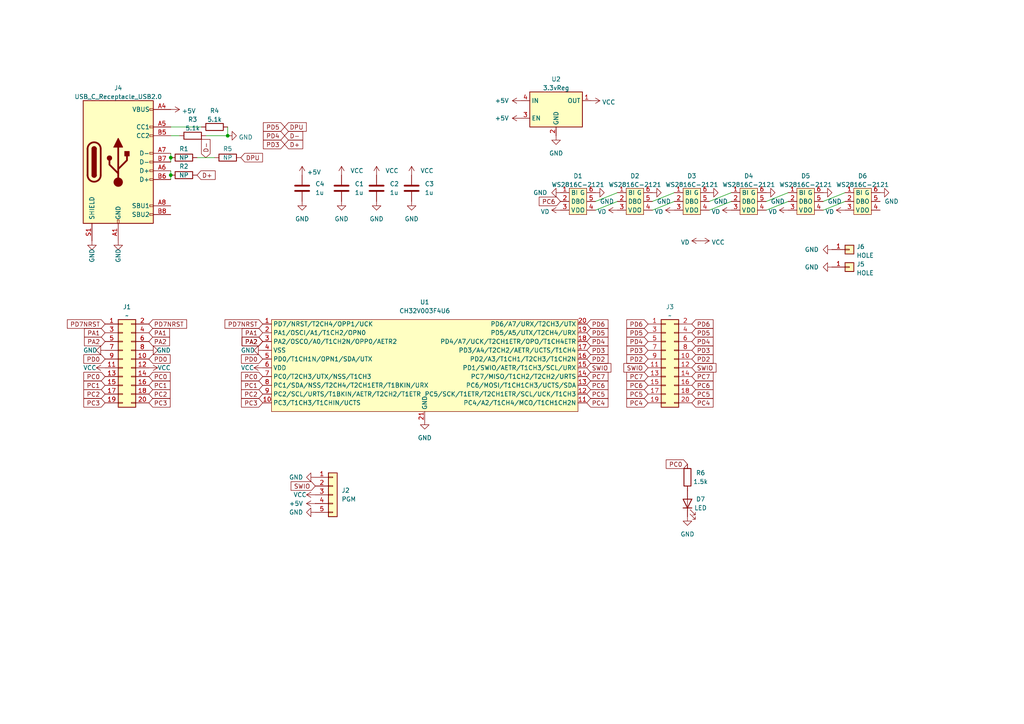
<source format=kicad_sch>
(kicad_sch (version 20211123) (generator eeschema)
  (paper "A4")
  (lib_symbols
    (symbol "CH32V003F4U6:CH32V003F4U6"
      (property "Reference" "U" (at 0 0 0))
      (property "Value" "CH32V003F4U6" (at 0 3.81 0))
      (symbol "CH32V003F4U6_0_1"
        (rectangle (start -44.45 12.7) (end 44.45 -13.97) (fill (type background)))
      )
      (symbol "CH32V003F4U6_1_1"
        (pin bidirectional line (at -46.99 11.43 0) (length 2.54) (name "PD7/NRST/T2CH4/OPP1/UCK") (number "1"))
        (pin bidirectional line (at -46.99 -11.43 0) (length 2.54) (name "PC3/T1CH3/T1CHIN/UCTS") (number "10"))
        (pin bidirectional line (at 46.99 -11.43 180) (length 2.54) (name "PC4/A2/T1CH4/MCO/T1CH1CH2N") (number "11"))
        (pin bidirectional line (at 46.99 -8.89 180) (length 2.54) (name "PC5/SCK/T1ETR/T2CH1ETR/SCL/UCK/T1CH3") (number "12"))
        (pin bidirectional line (at 46.99 -6.35 180) (length 2.54) (name "PC6/MOSI/T1CH1CH3/UCTS/SDA") (number "13"))
        (pin bidirectional line (at 46.99 -3.81 180) (length 2.54) (name "PC7/MISO/T1CH2/T2CH2/URTS") (number "14"))
        (pin bidirectional line (at 46.99 -1.27 180) (length 2.54) (name "PD1/SWIO/AETR/T1CH3/SCL/URX") (number "15"))
        (pin bidirectional line (at 46.99 1.27 180) (length 2.54) (name "PD2/A3/T1CH1/T2CH3/T1CH2N") (number "16"))
        (pin bidirectional line (at 46.99 3.81 180) (length 2.54) (name "PD3/A4/T2CH2/AETR/UCTS/T1CH4") (number "17"))
        (pin bidirectional line (at 46.99 6.35 180) (length 2.54) (name "PD4/A7/UCK/T2CH1ETR/OPO/T1CH4ETR") (number "18"))
        (pin bidirectional line (at 46.99 8.89 180) (length 2.54) (name "PD5/A5/UTX/T2CH4/URX") (number "19"))
        (pin bidirectional line (at -46.99 8.89 0) (length 2.54) (name "PA1/OSCI/A1/T1CH2/OPN0") (number "2"))
        (pin bidirectional line (at 46.99 11.43 180) (length 2.54) (name "PD6/A7/URX/T2CH3/UTX") (number "20"))
        (pin bidirectional line (at 0 -16.51 90) (length 2.54) (name "GND") (number "21"))
        (pin bidirectional line (at -46.99 6.35 0) (length 2.54) (name "PA2/OSCO/A0/T1CH2N/OPP0/AETR2") (number "3"))
        (pin bidirectional line (at -46.99 3.81 0) (length 2.54) (name "VSS") (number "4"))
        (pin bidirectional line (at -46.99 1.27 0) (length 2.54) (name "PD0/T1CH1N/OPN1/SDA/UTX") (number "5"))
        (pin bidirectional line (at -46.99 -1.27 0) (length 2.54) (name "VDD") (number "6"))
        (pin bidirectional line (at -46.99 -3.81 0) (length 2.54) (name "PC0/T2CH3/UTX/NSS/T1CH3") (number "7"))
        (pin bidirectional line (at -46.99 -6.35 0) (length 2.54) (name "PC1/SDA/NSS/T2CH4/T2CH1ETR/T1BKIN/URX") (number "8"))
        (pin bidirectional line (at -46.99 -8.89 0) (length 2.54) (name "PC2/SCL/URTS/T1BKIN/AETR/T2CH2/T1ETR") (number "9"))
      )
    )
    (symbol "Connector:USB_C_Receptacle_USB2.0" (pin_names (offset 1.016))
      (property "Reference" "J" (at -10.16 19.05 0))
      (property "Value" "USB_C_Receptacle_USB2.0" (at 19.05 19.05 0))
      (symbol "USB_C_Receptacle_USB2.0_0_0"
        (rectangle (start -0.254 -17.78) (end 0.254 -16.764))
        (rectangle (start 10.16 -14.986) (end 9.144 -15.494))
        (rectangle (start 10.16 -12.446) (end 9.144 -12.954))
        (rectangle (start 10.16 -4.826) (end 9.144 -5.334))
        (rectangle (start 10.16 -2.286) (end 9.144 -2.794))
        (rectangle (start 10.16 0.254) (end 9.144 -0.254))
        (rectangle (start 10.16 2.794) (end 9.144 2.286))
        (rectangle (start 10.16 7.874) (end 9.144 7.366))
        (rectangle (start 10.16 10.414) (end 9.144 9.906))
        (rectangle (start 10.16 15.494) (end 9.144 14.986))
      )
      (symbol "USB_C_Receptacle_USB2.0_0_1"
        (rectangle (start -10.16 17.78) (end 10.16 -17.78) (stroke (width 0.254)) (fill (type background)))
        (arc (start -8.89 -3.81) (mid -6.985 -5.715) (end -5.08 -3.81) (stroke (width 0.508)))
        (arc (start -7.62 -3.81) (mid -6.985 -4.445) (end -6.35 -3.81) (stroke (width 0.254)))
        (arc (start -7.62 -3.81) (mid -6.985 -4.445) (end -6.35 -3.81) (stroke (width 0.254)) (fill (type outline)))
        (rectangle (start -7.62 -3.81) (end -6.35 3.81) (stroke (width 0.254)) (fill (type outline)))
        (arc (start -6.35 3.81) (mid -6.985 4.445) (end -7.62 3.81) (stroke (width 0.254)))
        (arc (start -6.35 3.81) (mid -6.985 4.445) (end -7.62 3.81) (stroke (width 0.254)) (fill (type outline)))
        (arc (start -5.08 3.81) (mid -6.985 5.715) (end -8.89 3.81) (stroke (width 0.508)))
        (circle (center -2.54 1.143) (radius 0.635) (stroke (width 0.254)) (fill (type outline)))
        (circle (center 0 -5.842) (radius 1.27) (fill (type outline)))
        (polyline (pts (xy -8.89 -3.81) (xy -8.89 3.81)) (stroke (width 0.508)))
        (polyline (pts (xy -5.08 3.81) (xy -5.08 -3.81)) (stroke (width 0.508)))
        (polyline (pts (xy 0 -5.842) (xy 0 4.318)) (stroke (width 0.508)))
        (polyline (pts (xy 0 -3.302) (xy -2.54 -0.762) (xy -2.54 0.508)) (stroke (width 0.508)))
        (polyline (pts (xy 0 -2.032) (xy 2.54 0.508) (xy 2.54 1.778)) (stroke (width 0.508)))
        (polyline (pts (xy -1.27 4.318) (xy 0 6.858) (xy 1.27 4.318) (xy -1.27 4.318)) (stroke (width 0.254)) (fill (type outline)))
        (rectangle (start 1.905 1.778) (end 3.175 3.048) (stroke (width 0.254)) (fill (type outline)))
      )
      (symbol "USB_C_Receptacle_USB2.0_1_1"
        (pin passive line (at 0 -22.86 90) (length 5.08) (name "GND") (number "A1"))
        (pin passive line (at 0 -22.86 90) (length 5.08) hide (name "GND") (number "A12"))
        (pin passive line (at 15.24 15.24 180) (length 5.08) (name "VBUS") (number "A4"))
        (pin bidirectional line (at 15.24 10.16 180) (length 5.08) (name "CC1") (number "A5"))
        (pin bidirectional line (at 15.24 -2.54 180) (length 5.08) (name "D+") (number "A6"))
        (pin bidirectional line (at 15.24 2.54 180) (length 5.08) (name "D-") (number "A7"))
        (pin bidirectional line (at 15.24 -12.7 180) (length 5.08) (name "SBU1") (number "A8"))
        (pin passive line (at 15.24 15.24 180) (length 5.08) hide (name "VBUS") (number "A9"))
        (pin passive line (at 0 -22.86 90) (length 5.08) hide (name "GND") (number "B1"))
        (pin passive line (at 0 -22.86 90) (length 5.08) hide (name "GND") (number "B12"))
        (pin passive line (at 15.24 15.24 180) (length 5.08) hide (name "VBUS") (number "B4"))
        (pin bidirectional line (at 15.24 7.62 180) (length 5.08) (name "CC2") (number "B5"))
        (pin bidirectional line (at 15.24 -5.08 180) (length 5.08) (name "D+") (number "B6"))
        (pin bidirectional line (at 15.24 0 180) (length 5.08) (name "D-") (number "B7"))
        (pin bidirectional line (at 15.24 -15.24 180) (length 5.08) (name "SBU2") (number "B8"))
        (pin passive line (at 15.24 15.24 180) (length 5.08) hide (name "VBUS") (number "B9"))
        (pin passive line (at -7.62 -22.86 90) (length 5.08) (name "SHIELD") (number "S1"))
      )
    )
    (symbol "Connector_Generic:Conn_01x01" (pin_names (offset 1.016) hide)
      (property "Reference" "J" (at 0 2.54 0))
      (property "Value" "Conn_01x01" (at 0 -2.54 0))
      (symbol "Conn_01x01_1_1"
        (rectangle (start -1.27 0.127) (end 0 -0.127) (stroke (width 0.1524)))
        (rectangle (start -1.27 1.27) (end 1.27 -1.27) (stroke (width 0.254)) (fill (type background)))
        (pin passive line (at -5.08 0 0) (length 3.81) (name "Pin_1") (number "1"))
      )
    )
    (symbol "Connector_Generic:Conn_01x05" (pin_names (offset 1.016) hide)
      (property "Reference" "J" (at 0 7.62 0))
      (property "Value" "Conn_01x05" (at 0 -7.62 0))
      (symbol "Conn_01x05_1_1"
        (rectangle (start -1.27 -4.953) (end 0 -5.207) (stroke (width 0.1524)))
        (rectangle (start -1.27 -2.413) (end 0 -2.667) (stroke (width 0.1524)))
        (rectangle (start -1.27 0.127) (end 0 -0.127) (stroke (width 0.1524)))
        (rectangle (start -1.27 2.667) (end 0 2.413) (stroke (width 0.1524)))
        (rectangle (start -1.27 5.207) (end 0 4.953) (stroke (width 0.1524)))
        (rectangle (start -1.27 6.35) (end 1.27 -6.35) (stroke (width 0.254)) (fill (type background)))
        (pin passive line (at -5.08 5.08 0) (length 3.81) (name "Pin_1") (number "1"))
        (pin passive line (at -5.08 2.54 0) (length 3.81) (name "Pin_2") (number "2"))
        (pin passive line (at -5.08 0 0) (length 3.81) (name "Pin_3") (number "3"))
        (pin passive line (at -5.08 -2.54 0) (length 3.81) (name "Pin_4") (number "4"))
        (pin passive line (at -5.08 -5.08 0) (length 3.81) (name "Pin_5") (number "5"))
      )
    )
    (symbol "Connector_Generic:Conn_02x10_Odd_Even" (pin_names (offset 1.016) hide)
      (property "Reference" "J" (at 1.27 12.7 0))
      (property "Value" "Conn_02x10_Odd_Even" (at 1.27 -15.24 0))
      (symbol "Conn_02x10_Odd_Even_1_1"
        (rectangle (start -1.27 -12.573) (end 0 -12.827) (stroke (width 0.1524)))
        (rectangle (start -1.27 -10.033) (end 0 -10.287) (stroke (width 0.1524)))
        (rectangle (start -1.27 -7.493) (end 0 -7.747) (stroke (width 0.1524)))
        (rectangle (start -1.27 -4.953) (end 0 -5.207) (stroke (width 0.1524)))
        (rectangle (start -1.27 -2.413) (end 0 -2.667) (stroke (width 0.1524)))
        (rectangle (start -1.27 0.127) (end 0 -0.127) (stroke (width 0.1524)))
        (rectangle (start -1.27 2.667) (end 0 2.413) (stroke (width 0.1524)))
        (rectangle (start -1.27 5.207) (end 0 4.953) (stroke (width 0.1524)))
        (rectangle (start -1.27 7.747) (end 0 7.493) (stroke (width 0.1524)))
        (rectangle (start -1.27 10.287) (end 0 10.033) (stroke (width 0.1524)))
        (rectangle (start -1.27 11.43) (end 3.81 -13.97) (stroke (width 0.254)) (fill (type background)))
        (rectangle (start 3.81 -12.573) (end 2.54 -12.827) (stroke (width 0.1524)))
        (rectangle (start 3.81 -10.033) (end 2.54 -10.287) (stroke (width 0.1524)))
        (rectangle (start 3.81 -7.493) (end 2.54 -7.747) (stroke (width 0.1524)))
        (rectangle (start 3.81 -4.953) (end 2.54 -5.207) (stroke (width 0.1524)))
        (rectangle (start 3.81 -2.413) (end 2.54 -2.667) (stroke (width 0.1524)))
        (rectangle (start 3.81 0.127) (end 2.54 -0.127) (stroke (width 0.1524)))
        (rectangle (start 3.81 2.667) (end 2.54 2.413) (stroke (width 0.1524)))
        (rectangle (start 3.81 5.207) (end 2.54 4.953) (stroke (width 0.1524)))
        (rectangle (start 3.81 7.747) (end 2.54 7.493) (stroke (width 0.1524)))
        (rectangle (start 3.81 10.287) (end 2.54 10.033) (stroke (width 0.1524)))
        (pin passive line (at -5.08 10.16 0) (length 3.81) (name "Pin_1") (number "1"))
        (pin passive line (at 7.62 0 180) (length 3.81) (name "Pin_10") (number "10"))
        (pin passive line (at -5.08 -2.54 0) (length 3.81) (name "Pin_11") (number "11"))
        (pin passive line (at 7.62 -2.54 180) (length 3.81) (name "Pin_12") (number "12"))
        (pin passive line (at -5.08 -5.08 0) (length 3.81) (name "Pin_13") (number "13"))
        (pin passive line (at 7.62 -5.08 180) (length 3.81) (name "Pin_14") (number "14"))
        (pin passive line (at -5.08 -7.62 0) (length 3.81) (name "Pin_15") (number "15"))
        (pin passive line (at 7.62 -7.62 180) (length 3.81) (name "Pin_16") (number "16"))
        (pin passive line (at -5.08 -10.16 0) (length 3.81) (name "Pin_17") (number "17"))
        (pin passive line (at 7.62 -10.16 180) (length 3.81) (name "Pin_18") (number "18"))
        (pin passive line (at -5.08 -12.7 0) (length 3.81) (name "Pin_19") (number "19"))
        (pin passive line (at 7.62 10.16 180) (length 3.81) (name "Pin_2") (number "2"))
        (pin passive line (at 7.62 -12.7 180) (length 3.81) (name "Pin_20") (number "20"))
        (pin passive line (at -5.08 7.62 0) (length 3.81) (name "Pin_3") (number "3"))
        (pin passive line (at 7.62 7.62 180) (length 3.81) (name "Pin_4") (number "4"))
        (pin passive line (at -5.08 5.08 0) (length 3.81) (name "Pin_5") (number "5"))
        (pin passive line (at 7.62 5.08 180) (length 3.81) (name "Pin_6") (number "6"))
        (pin passive line (at -5.08 2.54 0) (length 3.81) (name "Pin_7") (number "7"))
        (pin passive line (at 7.62 2.54 180) (length 3.81) (name "Pin_8") (number "8"))
        (pin passive line (at -5.08 0 0) (length 3.81) (name "Pin_9") (number "9"))
      )
    )
    (symbol "Device:C" (pin_numbers hide) (pin_names (offset 0.254))
      (property "Reference" "C" (at 0.635 2.54 0))
      (property "Value" "C" (at 0.635 -2.54 0))
      (symbol "C_0_1"
        (polyline (pts (xy -2.032 -0.762) (xy 2.032 -0.762)) (stroke (width 0.508)))
        (polyline (pts (xy -2.032 0.762) (xy 2.032 0.762)) (stroke (width 0.508)))
      )
      (symbol "C_1_1"
        (pin passive line (at 0 3.81 270) (length 2.794) (name "~") (number "1"))
        (pin passive line (at 0 -3.81 90) (length 2.794) (name "~") (number "2"))
      )
    )
    (symbol "Device:LED" (pin_numbers hide) (pin_names (offset 1.016) hide)
      (property "Reference" "D" (at 0 2.54 0))
      (property "Value" "LED" (at 0 -2.54 0))
      (symbol "LED_0_1"
        (polyline (pts (xy -1.27 -1.27) (xy -1.27 1.27)) (stroke (width 0.254)))
        (polyline (pts (xy -1.27 0) (xy 1.27 0)))
        (polyline (pts (xy 1.27 -1.27) (xy 1.27 1.27) (xy -1.27 0) (xy 1.27 -1.27)) (stroke (width 0.254)))
        (polyline (pts (xy -3.048 -0.762) (xy -4.572 -2.286) (xy -3.81 -2.286) (xy -4.572 -2.286) (xy -4.572 -1.524)))
        (polyline (pts (xy -1.778 -0.762) (xy -3.302 -2.286) (xy -2.54 -2.286) (xy -3.302 -2.286) (xy -3.302 -1.524)))
      )
      (symbol "LED_1_1"
        (pin passive line (at -3.81 0 0) (length 2.54) (name "K") (number "1"))
        (pin passive line (at 3.81 0 180) (length 2.54) (name "A") (number "2"))
      )
    )
    (symbol "Device:R" (pin_numbers hide) (pin_names (offset 0))
      (property "Reference" "R" (at 2.032 0 90))
      (property "Value" "R" (at 0 0 90))
      (symbol "R_0_1"
        (rectangle (start -1.016 -2.54) (end 1.016 2.54) (stroke (width 0.254)))
      )
      (symbol "R_1_1"
        (pin passive line (at 0 3.81 270) (length 1.27) (name "~") (number "1"))
        (pin passive line (at 0 -3.81 90) (length 1.27) (name "~") (number "2"))
      )
    )
    (symbol "Regulator_Linear:NCP115AMX120TCG"
      (property "Reference" "U" (at 2.54 10.16 0))
      (property "Value" "NCP115AMX120TCG" (at 10.16 7.62 0))
      (symbol "NCP115AMX120TCG_0_1"
        (rectangle (start -7.62 5.08) (end 7.62 -5.08) (stroke (width 0.254)) (fill (type background)))
      )
      (symbol "NCP115AMX120TCG_1_1"
        (pin power_out line (at 10.16 2.54 180) (length 2.54) (name "OUT") (number "1"))
        (pin power_in line (at 0 -7.62 90) (length 2.54) (name "GND") (number "2"))
        (pin input line (at -10.16 -2.54 0) (length 2.54) (name "EN") (number "3"))
        (pin power_in line (at -10.16 2.54 0) (length 2.54) (name "IN") (number "4"))
        (pin passive line (at 0 -7.62 90) (length 2.54) hide (name "GND") (number "5"))
      )
    )
    (symbol "WS2816C:WS2816C-2121"
      (property "Reference" "D?" (at 0 8.89 0))
      (property "Value" "WS2816C-2121" (at 0 6.35 0))
      (symbol "WS2816C-2121_0_1"
        (rectangle (start -2.54 3.81) (end 2.54 -3.81) (fill (type background)))
      )
      (symbol "WS2816C-2121_1_1"
        (pin input line (at -5.08 2.54 0) (length 2.54) (name "BI") (number "1"))
        (pin input line (at -5.08 0 0) (length 2.54) (name "DI") (number "2"))
        (pin power_in line (at -5.08 -2.54 0) (length 2.54) (name "V") (number "3"))
        (pin output line (at 5.08 -2.54 180) (length 2.54) (name "DO") (number "4"))
        (pin output line (at 5.08 0 180) (length 2.54) (name "BO") (number "5"))
        (pin power_in line (at 5.08 2.54 180) (length 2.54) (name "G") (number "6"))
      )
    )
    (symbol "power:+5V" (power) (pin_names (offset 0))
      (property "Value" "+5V" (at 0 3.556 0))
      (symbol "+5V_0_1"
        (polyline (pts (xy -0.762 1.27) (xy 0 2.54)))
        (polyline (pts (xy 0 0) (xy 0 2.54)))
        (polyline (pts (xy 0 2.54) (xy 0.762 1.27)))
      )
      (symbol "+5V_1_1"
        (pin power_in line (at 0 0 90) (length 0) hide (name "+5V") (number "1"))
      )
    )
    (symbol "power:GND" (power) (pin_names (offset 0))
      (property "Value" "GND" (at 0 -3.81 0))
      (symbol "GND_0_1"
        (polyline (pts (xy 0 0) (xy 0 -1.27) (xy 1.27 -1.27) (xy 0 -2.54) (xy -1.27 -1.27) (xy 0 -1.27)))
      )
      (symbol "GND_1_1"
        (pin power_in line (at 0 0 270) (length 0) hide (name "GND") (number "1"))
      )
    )
    (symbol "power:VCC" (power) (pin_names (offset 0))
      (property "Value" "VCC" (at 0 3.81 0))
      (symbol "VCC_0_1"
        (polyline (pts (xy -0.762 1.27) (xy 0 2.54)))
        (polyline (pts (xy 0 0) (xy 0 2.54)))
        (polyline (pts (xy 0 2.54) (xy 0.762 1.27)))
      )
      (symbol "VCC_1_1"
        (pin power_in line (at 0 0 90) (length 0) hide (name "VCC") (number "1"))
      )
    )
    (symbol "power:VD" (power) (pin_names (offset 0))
      (property "Value" "VD" (at 0 3.81 0))
      (symbol "VD_0_1"
        (polyline (pts (xy -0.762 1.27) (xy 0 2.54)))
        (polyline (pts (xy 0 0) (xy 0 2.54)))
        (polyline (pts (xy 0 2.54) (xy 0.762 1.27)))
      )
      (symbol "VD_1_1"
        (pin power_in line (at 0 0 90) (length 0) hide (name "VD") (number "1"))
      )
    )
  )
  (junction (at 49.53 50.8))
  (junction (at 66.04 39.37))
  (junction (at 49.53 45.72))
  (wire (pts (xy 57.15 45.72) (xy 62.23 45.72)))
  (wire (pts (xy 245.11 58.42) (xy 238.76 60.96)))
  (wire (pts (xy 52.07 39.37) (xy 49.53 39.37)))
  (wire (pts (xy 195.58 55.88) (xy 189.23 58.42)))
  (wire (pts (xy 228.6 58.42) (xy 222.25 60.96)))
  (wire (pts (xy 66.04 39.37) (xy 66.04 36.83)))
  (wire (pts (xy 49.53 49.53) (xy 49.53 50.8)))
  (wire (pts (xy 179.07 58.42) (xy 172.72 60.96)))
  (wire (pts (xy 245.11 55.88) (xy 238.76 58.42)))
  (wire (pts (xy 49.53 45.72) (xy 49.53 46.99)))
  (wire (pts (xy 195.58 58.42) (xy 189.23 60.96)))
  (wire (pts (xy 59.69 39.37) (xy 66.04 39.37)))
  (wire (pts (xy 228.6 55.88) (xy 222.25 58.42)))
  (wire (pts (xy 212.09 55.88) (xy 205.74 58.42)))
  (wire (pts (xy 49.53 44.45) (xy 49.53 45.72)))
  (wire (pts (xy 58.42 36.83) (xy 49.53 36.83)))
  (wire (pts (xy 179.07 55.88) (xy 172.72 58.42)))
  (wire (pts (xy 49.53 50.8) (xy 49.53 52.07)))
  (wire (pts (xy 212.09 58.42) (xy 205.74 60.96)))
  (global_label "PC5" (shape input) (at 187.96 114.3 180) (property "Intersheet References" "${INTERSHEET_REFS}" (effects hide)))
  (global_label "PC3" (shape input) (at 30.48 116.84 180) (property "Intersheet References" "${INTERSHEET_REFS}" (effects hide)))
  (global_label "PA1" (shape input) (at 43.18 96.52 0) (property "Intersheet References" "${INTERSHEET_REFS}" (effects hide)))
  (global_label "PD6" (shape input) (at 170.18 93.98 0) (property "Intersheet References" "${INTERSHEET_REFS}" (effects hide)))
  (global_label "D+" (shape input) (at 82.55 41.91 0) (property "Intersheet References" "${INTERSHEET_REFS}" (effects hide)))
  (global_label "PC6" (shape input) (at 200.66 111.76 0) (property "Intersheet References" "${INTERSHEET_REFS}" (effects hide)))
  (global_label "SWIO" (shape input) (at 200.66 106.68 0) (property "Intersheet References" "${INTERSHEET_REFS}" (effects hide)))
  (global_label "PD2" (shape input) (at 170.18 104.14 0) (property "Intersheet References" "${INTERSHEET_REFS}" (effects hide)))
  (global_label "PC0" (shape input) (at 199.39 134.62 180) (property "Intersheet References" "${INTERSHEET_REFS}" (effects hide)))
  (global_label "PC5" (shape input) (at 170.18 114.3 0) (property "Intersheet References" "${INTERSHEET_REFS}" (effects hide)))
  (global_label "PA2" (shape input) (at 76.2 99.06 180) (property "Intersheet References" "${INTERSHEET_REFS}" (effects hide)))
  (global_label "PD0" (shape input) (at 30.48 104.14 180) (property "Intersheet References" "${INTERSHEET_REFS}" (effects hide)))
  (global_label "PC3" (shape input) (at 43.18 116.84 0) (property "Intersheet References" "${INTERSHEET_REFS}" (effects hide)))
  (global_label "PD5" (shape input) (at 187.96 96.52 180) (property "Intersheet References" "${INTERSHEET_REFS}" (effects hide)))
  (global_label "PC0" (shape input) (at 76.2 109.22 180) (property "Intersheet References" "${INTERSHEET_REFS}" (effects hide)))
  (global_label "PD4" (shape input) (at 170.18 99.06 0) (property "Intersheet References" "${INTERSHEET_REFS}" (effects hide)))
  (global_label "PC1" (shape input) (at 43.18 111.76 0) (property "Intersheet References" "${INTERSHEET_REFS}" (effects hide)))
  (global_label "PC3" (shape input) (at 76.2 116.84 180) (property "Intersheet References" "${INTERSHEET_REFS}" (effects hide)))
  (global_label "PD5" (shape input) (at 200.66 96.52 0) (property "Intersheet References" "${INTERSHEET_REFS}" (effects hide)))
  (global_label "PD6" (shape input) (at 200.66 93.98 0) (property "Intersheet References" "${INTERSHEET_REFS}" (effects hide)))
  (global_label "PA2" (shape input) (at 43.18 99.06 0) (property "Intersheet References" "${INTERSHEET_REFS}" (effects hide)))
  (global_label "PD7NRST" (shape input) (at 43.18 93.98 0) (property "Intersheet References" "${INTERSHEET_REFS}" (effects hide)))
  (global_label "PA1" (shape input) (at 76.2 96.52 180) (property "Intersheet References" "${INTERSHEET_REFS}" (effects hide)))
  (global_label "PC6" (shape input) (at 162.56 58.42 180) (property "Intersheet References" "${INTERSHEET_REFS}" (effects hide)))
  (global_label "PA2" (shape input) (at 30.48 99.06 180) (property "Intersheet References" "${INTERSHEET_REFS}" (effects hide)))
  (global_label "PD7NRST" (shape input) (at 76.2 93.98 180) (property "Intersheet References" "${INTERSHEET_REFS}" (effects hide)))
  (global_label "PC1" (shape input) (at 76.2 111.76 180) (property "Intersheet References" "${INTERSHEET_REFS}" (effects hide)))
  (global_label "PC7" (shape input) (at 187.96 109.22 180) (property "Intersheet References" "${INTERSHEET_REFS}" (effects hide)))
  (global_label "D-" (shape input) (at 82.55 39.37 0) (property "Intersheet References" "${INTERSHEET_REFS}" (effects hide)))
  (global_label "PC2" (shape input) (at 30.48 114.3 180) (property "Intersheet References" "${INTERSHEET_REFS}" (effects hide)))
  (global_label "PC4" (shape input) (at 187.96 116.84 180) (property "Intersheet References" "${INTERSHEET_REFS}" (effects hide)))
  (global_label "PC5" (shape input) (at 200.66 114.3 0) (property "Intersheet References" "${INTERSHEET_REFS}" (effects hide)))
  (global_label "PD4" (shape input) (at 82.55 39.37 180) (property "Intersheet References" "${INTERSHEET_REFS}" (effects hide)))
  (global_label "PC2" (shape input) (at 43.18 114.3 0) (property "Intersheet References" "${INTERSHEET_REFS}" (effects hide)))
  (global_label "PD7NRST" (shape input) (at 30.48 93.98 180) (property "Intersheet References" "${INTERSHEET_REFS}" (effects hide)))
  (global_label "PD3" (shape input) (at 170.18 101.6 0) (property "Intersheet References" "${INTERSHEET_REFS}" (effects hide)))
  (global_label "PD2" (shape input) (at 200.66 104.14 0) (property "Intersheet References" "${INTERSHEET_REFS}" (effects hide)))
  (global_label "D-" (shape input) (at 59.69 45.72 90) (property "Intersheet References" "${INTERSHEET_REFS}" (effects hide)))
  (global_label "PC0" (shape input) (at 30.48 109.22 180) (property "Intersheet References" "${INTERSHEET_REFS}" (effects hide)))
  (global_label "PC1" (shape input) (at 30.48 111.76 180) (property "Intersheet References" "${INTERSHEET_REFS}" (effects hide)))
  (global_label "PC7" (shape input) (at 170.18 109.22 0) (property "Intersheet References" "${INTERSHEET_REFS}" (effects hide)))
  (global_label "PD3" (shape input) (at 200.66 101.6 0) (property "Intersheet References" "${INTERSHEET_REFS}" (effects hide)))
  (global_label "DPU" (shape input) (at 69.85 45.72 0) (property "Intersheet References" "${INTERSHEET_REFS}" (effects hide)))
  (global_label "DPU" (shape input) (at 82.55 36.83 0) (property "Intersheet References" "${INTERSHEET_REFS}" (effects hide)))
  (global_label "D+" (shape input) (at 57.15 50.8 0) (property "Intersheet References" "${INTERSHEET_REFS}" (effects hide)))
  (global_label "PD3" (shape input) (at 187.96 101.6 180) (property "Intersheet References" "${INTERSHEET_REFS}" (effects hide)))
  (global_label "PD0" (shape input) (at 76.2 104.14 180) (property "Intersheet References" "${INTERSHEET_REFS}" (effects hide)))
  (global_label "PC6" (shape input) (at 170.18 111.76 0) (property "Intersheet References" "${INTERSHEET_REFS}" (effects hide)))
  (global_label "SWIO" (shape input) (at 91.44 140.97 180) (property "Intersheet References" "${INTERSHEET_REFS}" (effects hide)))
  (global_label "SWIO" (shape input) (at 187.96 106.68 180) (property "Intersheet References" "${INTERSHEET_REFS}" (effects hide)))
  (global_label "PC6" (shape input) (at 187.96 111.76 180) (property "Intersheet References" "${INTERSHEET_REFS}" (effects hide)))
  (global_label "PC2" (shape input) (at 76.2 114.3 180) (property "Intersheet References" "${INTERSHEET_REFS}" (effects hide)))
  (global_label "PD5" (shape input) (at 170.18 96.52 0) (property "Intersheet References" "${INTERSHEET_REFS}" (effects hide)))
  (global_label "PD3" (shape input) (at 82.55 41.91 180) (property "Intersheet References" "${INTERSHEET_REFS}" (effects hide)))
  (global_label "PA2" (shape input) (at 76.2 99.06 180) (property "Intersheet References" "${INTERSHEET_REFS}" (effects hide)))
  (global_label "PD4" (shape input) (at 187.96 99.06 180) (property "Intersheet References" "${INTERSHEET_REFS}" (effects hide)))
  (global_label "PC0" (shape input) (at 43.18 109.22 0) (property "Intersheet References" "${INTERSHEET_REFS}" (effects hide)))
  (global_label "PC4" (shape input) (at 170.18 116.84 0) (property "Intersheet References" "${INTERSHEET_REFS}" (effects hide)))
  (global_label "PA1" (shape input) (at 30.48 96.52 180) (property "Intersheet References" "${INTERSHEET_REFS}" (effects hide)))
  (global_label "PD5" (shape input) (at 82.55 36.83 180) (property "Intersheet References" "${INTERSHEET_REFS}" (effects hide)))
  (global_label "PC7" (shape input) (at 200.66 109.22 0) (property "Intersheet References" "${INTERSHEET_REFS}" (effects hide)))
  (global_label "PD2" (shape input) (at 187.96 104.14 180) (property "Intersheet References" "${INTERSHEET_REFS}" (effects hide)))
  (global_label "PD4" (shape input) (at 200.66 99.06 0) (property "Intersheet References" "${INTERSHEET_REFS}" (effects hide)))
  (global_label "PC4" (shape input) (at 200.66 116.84 0) (property "Intersheet References" "${INTERSHEET_REFS}" (effects hide)))
  (global_label "PD0" (shape input) (at 43.18 104.14 0) (property "Intersheet References" "${INTERSHEET_REFS}" (effects hide)))
  (global_label "SWIO" (shape input) (at 170.18 106.68 0) (property "Intersheet References" "${INTERSHEET_REFS}" (effects hide)))
  (global_label "PD6" (shape input) (at 187.96 93.98 180) (property "Intersheet References" "${INTERSHEET_REFS}" (effects hide)))
  (symbol (lib_id "power:VCC") (at 203.2 69.85 270) (unit 1)
    (property "Reference" "#PWR0140" (effects hide))
    (property "Value" "VCC" (at 206.375 70.2838 90) (effects (justify left)))
  )
  (symbol (lib_id "power:GND") (at 241.3 77.47 270) (unit 1)
    (property "Reference" "#PWR0132" (effects hide))
    (property "Value" "GND" (at 237.49 77.47 90) (effects (justify right)))
  )
  (symbol (lib_id "power:GND") (at 99.06 58.42 0) (unit 1)
    (property "Reference" "#PWR0103" (effects hide))
    (property "Value" "GND" (at 99.06 63.5 0))
  )
  (symbol (lib_id "power:+5V") (at 151.13 34.29 90) (unit 1)
    (property "Reference" "#PWR0138" (effects hide))
    (property "Value" "+5V" (at 143.51 34.29 90) (effects (justify right)))
  )
  (symbol (lib_id "Regulator_Linear:NCP115AMX120TCG") (at 161.29 31.75 0) (unit 1)
    (property "Reference" "U2" (at 161.29 22.9702 0))
    (property "Value" "3.3vReg" (at 161.29 25.5071 0))
    (property "Footprint" "Package_DFN_QFN:OnSemi_XDFN4-1EP_1.0x1.0mm_EP0.52x0.52mm" (effects hide))
    (property "Datasheet" "https://www.onsemi.com/pub/Collateral/NCP115-D.PDF" (effects hide))
    (property "LCSC" "C81114" (effects hide))
  )
  (symbol (lib_id "power:VCC") (at 99.06 50.8 0) (unit 1)
    (property "Reference" "#PWR0102" (effects hide))
    (property "Value" "VCC" (at 101.6 49.5299 0) (effects (justify left)))
  )
  (symbol (lib_id "WS2816C:WS2816C-2121") (at 233.68 58.42 0) (unit 1)
    (property "Reference" "D5" (at 233.68 51.0372 0))
    (property "Value" "WS2816C-2121" (at 233.68 53.5741 0))
    (property "Footprint" "WS2816-2121:WS2816-2121" (effects hide))
    (property "LCSC" "C965561" (effects hide))
  )
  (symbol (lib_id "WS2816C:WS2816C-2121") (at 184.15 58.42 0) (unit 1)
    (property "Reference" "D2" (at 184.15 51.0372 0))
    (property "Value" "WS2816C-2121" (at 184.15 53.5741 0))
    (property "Footprint" "WS2816-2121:WS2816-2121" (effects hide))
    (property "LCSC" "C965561" (effects hide))
  )
  (symbol (lib_id "power:GND") (at 30.48 101.6 270) (unit 1)
    (property "Reference" "#PWR0116" (effects hide))
    (property "Value" "GND" (at 24.13 101.6 90) (effects (justify left)))
  )
  (symbol (lib_id "power:VD") (at 203.2 69.85 90) (unit 1)
    (property "Reference" "#PWR0130" (effects hide))
    (property "Value" "VD" (at 200.025 70.2838 90) (effects (justify left)))
  )
  (symbol (lib_id "WS2816C:WS2816C-2121") (at 167.64 58.42 0) (unit 1)
    (property "Reference" "D1" (at 167.64 51.0372 0))
    (property "Value" "WS2816C-2121" (at 167.64 53.5741 0))
    (property "Footprint" "WS2816-2121:WS2816-2121" (effects hide))
    (property "LCSC" "C965561" (effects hide))
  )
  (symbol (lib_id "Device:R") (at 66.04 45.72 90) (unit 1)
    (property "Reference" "R5" (at 66.04 43.18 90))
    (property "Value" "NP" (at 66.04 45.72 90))
    (property "Footprint" "Resistor_SMD:R_0402_1005Metric" (effects hide))
  )
  (symbol (lib_id "power:VD") (at 162.56 60.96 90) (unit 1)
    (property "Reference" "#PWR0141" (effects hide))
    (property "Value" "VD" (at 159.385 61.3938 90) (effects (justify left)))
  )
  (symbol (lib_id "power:GND") (at 26.67 69.85 0) (unit 1)
    (property "Reference" "#PWR0120" (effects hide))
    (property "Value" "GND" (at 26.67 76.2 90) (effects (justify left)))
  )
  (symbol (lib_id "WS2816C:WS2816C-2121") (at 250.19 58.42 0) (unit 1)
    (property "Reference" "D6" (at 250.19 51.0372 0))
    (property "Value" "WS2816C-2121" (at 250.19 53.5741 0))
    (property "Footprint" "WS2816-2121:WS2816-2121" (effects hide))
    (property "LCSC" "C965561" (effects hide))
  )
  (symbol (lib_id "power:GND") (at 255.27 55.88 90) (unit 1)
    (property "Reference" "#PWR0126" (effects hide))
    (property "Value" "GND" (at 256.54 58.42 90) (effects (justify right)))
  )
  (symbol (lib_id "Device:C") (at 109.22 54.61 0) (unit 1)
    (property "Reference" "C2" (at 113.03 53.3399 0) (effects (justify left)))
    (property "Value" "1u" (at 113.03 55.8799 0) (effects (justify left)))
    (property "Footprint" "Capacitor_SMD:C_0402_1005Metric" (effects hide))
    (property "LCSC" "C237173" (effects hide))
  )
  (symbol (lib_id "power:GND") (at 189.23 55.88 90) (unit 1)
    (property "Reference" "#PWR0119" (effects hide))
    (property "Value" "GND" (at 190.5 58.42 90) (effects (justify right)))
  )
  (symbol (lib_id "power:GND") (at 91.44 138.43 270) (unit 1)
    (property "Reference" "#PWR0115" (effects hide))
    (property "Value" "GND" (at 83.82 138.43 90) (effects (justify left)))
  )
  (symbol (lib_id "power:+5V") (at 49.53 31.75 270) (unit 1)
    (property "Reference" "#PWR0133" (effects hide))
    (property "Value" "+5V" (at 52.705 32.1838 90) (effects (justify left)))
  )
  (symbol (lib_id "power:+5V") (at 151.13 29.21 90) (unit 1)
    (property "Reference" "#PWR0137" (effects hide))
    (property "Value" "+5V" (at 143.51 29.21 90) (effects (justify right)))
  )
  (symbol (lib_id "power:GND") (at 222.25 55.88 90) (unit 1)
    (property "Reference" "#PWR0123" (effects hide))
    (property "Value" "GND" (at 223.52 58.42 90) (effects (justify right)))
  )
  (symbol (lib_id "power:+5V") (at 87.63 50.8 0) (unit 1)
    (property "Reference" "#PWR0135" (effects hide))
    (property "Value" "+5V" (at 89.027 49.9638 0) (effects (justify left)))
  )
  (symbol (lib_id "power:GND") (at 241.3 72.39 270) (unit 1)
    (property "Reference" "#PWR09" (effects hide))
    (property "Value" "GND" (at 237.49 72.39 90) (effects (justify right)))
  )
  (symbol (lib_id "Connector:USB_C_Receptacle_USB2.0") (at 34.29 46.99 0) (unit 1)
    (property "Reference" "J4" (at 34.29 25.5102 0))
    (property "Value" "USB_C_Receptacle_USB2.0" (at 34.29 28.0471 0))
    (property "Footprint" "Connector_USB:USB_C_Receptacle_HRO_TYPE-C-31-M-12" (effects hide))
    (property "Datasheet" "https://www.usb.org/sites/default/files/documents/usb_type-c.zip" (effects hide))
    (property "LCSC" "C709358" (effects hide))
  )
  (symbol (lib_id "power:GND") (at 109.22 58.42 0) (unit 1)
    (property "Reference" "#PWR0101" (effects hide))
    (property "Value" "GND" (at 109.22 63.5 0))
  )
  (symbol (lib_id "power:GND") (at 172.72 55.88 90) (unit 1)
    (property "Reference" "#PWR0104" (effects hide))
    (property "Value" "GND" (at 173.99 58.42 90) (effects (justify right)))
  )
  (symbol (lib_id "Connector_Generic:Conn_01x05") (at 96.52 143.51 0) (unit 1)
    (property "Reference" "J2" (at 99.06 142.2399 0) (effects (justify left)))
    (property "Value" "PGM" (at 99.06 144.7799 0) (effects (justify left)))
    (property "Footprint" "Connector_PinHeader_2.54mm:PinHeader_1x05_P2.54mm_Vertical" (effects hide))
    (property "LCSC" "C225257" (effects hide))
  )
  (symbol (lib_id "WS2816C:WS2816C-2121") (at 200.66 58.42 0) (unit 1)
    (property "Reference" "D3" (at 200.66 51.0372 0))
    (property "Value" "WS2816C-2121" (at 200.66 53.5741 0))
    (property "Footprint" "WS2816-2121:WS2816-2121" (effects hide))
    (property "LCSC" "C965561" (effects hide))
  )
  (symbol (lib_id "Device:R") (at 53.34 50.8 90) (unit 1)
    (property "Reference" "R2" (at 53.34 48.26 90))
    (property "Value" "NP" (at 53.34 50.8 90))
    (property "Footprint" "Resistor_SMD:R_0402_1005Metric" (effects hide))
  )
  (symbol (lib_id "power:GND") (at 87.63 58.42 0) (unit 1)
    (property "Reference" "#PWR0134" (effects hide))
    (property "Value" "GND" (at 87.63 63.5 0))
  )
  (symbol (lib_id "Connector_Generic:Conn_02x10_Odd_Even") (at 35.56 104.14 0) (unit 1)
    (property "Reference" "J1" (at 36.83 89.0102 0))
    (property "Value" "~" (at 36.83 91.5471 0))
    (property "Footprint" "Connector_PinHeader_2.54mm:PinHeader_2x10_P2.54mm_Vertical" (effects hide))
    (property "LCSC" "C124359" (effects hide))
  )
  (symbol (lib_id "power:VCC") (at 91.44 143.51 90) (unit 1)
    (property "Reference" "#PWR0106" (effects hide))
    (property "Value" "VCC" (at 85.09 143.51 90) (effects (justify right)))
  )
  (symbol (lib_id "power:+5V") (at 91.44 146.05 90) (unit 1)
    (property "Reference" "#PWR0113" (effects hide))
    (property "Value" "+5V" (at 83.82 146.05 90) (effects (justify right)))
  )
  (symbol (lib_id "power:VCC") (at 76.2 106.68 90) (unit 1)
    (property "Reference" "#PWR0111" (effects hide))
    (property "Value" "VCC" (at 69.85 106.68 90) (effects (justify right)))
  )
  (symbol (lib_id "CH32V003F4U6:CH32V003F4U6") (at 123.19 105.41 0) (unit 1)
    (property "Reference" "U1" (at 123.19 87.63 0))
    (property "Value" "CH32V003F4U6" (at 123.19 90.17 0))
    (property "Footprint" "Package_DFN_QFN:QFN-20-1EP_3x3mm_P0.4mm_EP1.65x1.65mm" (effects hide))
    (property "LCSC" "C5299908" (effects hide))
  )
  (symbol (lib_id "power:VCC") (at 30.48 106.68 90) (unit 1)
    (property "Reference" "#PWR0114" (effects hide))
    (property "Value" "VCC" (at 24.13 106.68 90) (effects (justify right)))
  )
  (symbol (lib_id "Device:R") (at 62.23 36.83 90) (unit 1)
    (property "Reference" "R4" (at 62.23 32.1142 90))
    (property "Value" "5.1k" (at 62.23 34.6511 90))
    (property "Footprint" "Resistor_SMD:R_0402_1005Metric" (effects hide))
    (property "LCSC" "C258132" (effects hide))
  )
  (symbol (lib_id "power:VCC") (at 109.22 50.8 0) (unit 1)
    (property "Reference" "#PWR0108" (effects hide))
    (property "Value" "VCC" (at 111.76 49.5299 0) (effects (justify left)))
  )
  (symbol (lib_id "WS2816C:WS2816C-2121") (at 217.17 58.42 0) (unit 1)
    (property "Reference" "D4" (at 217.17 51.0372 0))
    (property "Value" "WS2816C-2121" (at 217.17 53.5741 0))
    (property "Footprint" "WS2816-2121:WS2816-2121" (effects hide))
    (property "LCSC" "C965561" (effects hide))
  )
  (symbol (lib_id "power:GND") (at 76.2 101.6 270) (unit 1)
    (property "Reference" "#PWR0112" (effects hide))
    (property "Value" "GND" (at 69.85 101.6 90) (effects (justify left)))
  )
  (symbol (lib_id "power:GND") (at 43.18 101.6 90) (mirror x) (unit 1)
    (property "Reference" "#PWR0143" (effects hide))
    (property "Value" "GND" (at 49.53 101.6 90) (effects (justify left)))
  )
  (symbol (lib_id "Connector_Generic:Conn_01x01") (at 246.38 72.39 0) (unit 1)
    (property "Reference" "J6" (at 248.412 71.5553 0) (effects (justify left)))
    (property "Value" "HOLE" (at 248.412 74.0922 0) (effects (justify left)))
    (property "Footprint" "MountingHole:MountingHole_2.2mm_M2_DIN965_Pad" (effects hide))
  )
  (symbol (lib_id "power:VD") (at 228.6 60.96 90) (unit 1)
    (property "Reference" "#PWR0128" (effects hide))
    (property "Value" "VD" (at 225.425 61.3938 90) (effects (justify left)))
  )
  (symbol (lib_id "Device:R") (at 199.39 138.43 180) (unit 1)
    (property "Reference" "R6" (at 203.2 137.16 0))
    (property "Value" "1.5k" (at 203.2 139.7 0))
    (property "Footprint" "Resistor_SMD:R_0402_1005Metric" (effects hide))
    (property "LCSC" "C25867" (effects hide))
  )
  (symbol (lib_id "power:VD") (at 179.07 60.96 90) (unit 1)
    (property "Reference" "#PWR0142" (effects hide))
    (property "Value" "VD" (at 175.895 61.3938 90) (effects (justify left)))
  )
  (symbol (lib_id "Device:LED") (at 199.39 146.05 90) (unit 1)
    (property "Reference" "D7" (at 203.2 144.78 90))
    (property "Value" "LED" (at 203.2 147.32 90))
    (property "Footprint" "LED_SMD:LED_0402_1005Metric" (effects hide))
    (property "LCSC" "C74342" (effects hide))
  )
  (symbol (lib_id "power:GND") (at 119.38 58.42 0) (unit 1)
    (property "Reference" "#PWR0109" (effects hide))
    (property "Value" "GND" (at 119.38 63.5 0))
  )
  (symbol (lib_id "power:GND") (at 66.04 39.37 90) (unit 1)
    (property "Reference" "#PWR0121" (effects hide))
    (property "Value" "GND" (at 69.215 39.8038 90) (effects (justify right)))
  )
  (symbol (lib_id "power:GND") (at 161.29 39.37 0) (unit 1)
    (property "Reference" "#PWR0136" (effects hide))
    (property "Value" "GND" (at 161.29 44.45 0))
  )
  (symbol (lib_id "power:GND") (at 123.19 121.92 0) (unit 1)
    (property "Reference" "#PWR0117" (effects hide))
    (property "Value" "GND" (at 123.19 127 0))
  )
  (symbol (lib_id "power:VCC") (at 119.38 50.8 0) (unit 1)
    (property "Reference" "#PWR0110" (effects hide))
    (property "Value" "VCC" (at 121.92 49.5299 0) (effects (justify left)))
  )
  (symbol (lib_id "Device:C") (at 99.06 54.61 0) (unit 1)
    (property "Reference" "C1" (at 102.87 53.3399 0) (effects (justify left)))
    (property "Value" "1u" (at 102.87 55.8799 0) (effects (justify left)))
    (property "Footprint" "Capacitor_SMD:C_0402_1005Metric" (effects hide))
    (property "LCSC" "C237173" (effects hide))
  )
  (symbol (lib_id "power:GND") (at 205.74 55.88 90) (unit 1)
    (property "Reference" "#PWR0122" (effects hide))
    (property "Value" "GND" (at 207.01 58.42 90) (effects (justify right)))
  )
  (symbol (lib_id "power:VCC") (at 43.18 106.68 270) (mirror x) (unit 1)
    (property "Reference" "#PWR0131" (effects hide))
    (property "Value" "VCC" (at 49.53 106.68 90) (effects (justify right)))
  )
  (symbol (lib_id "power:GND") (at 199.39 149.86 0) (unit 1)
    (property "Reference" "#PWR01" (effects hide))
    (property "Value" "GND" (at 199.39 154.94 0))
  )
  (symbol (lib_id "power:VD") (at 245.11 60.96 90) (unit 1)
    (property "Reference" "#PWR0124" (effects hide))
    (property "Value" "VD" (at 241.935 61.3938 90) (effects (justify left)))
  )
  (symbol (lib_id "power:GND") (at 162.56 55.88 270) (unit 1)
    (property "Reference" "#PWR0105" (effects hide))
    (property "Value" "GND" (at 158.75 55.88 90) (effects (justify right)))
  )
  (symbol (lib_id "power:GND") (at 91.44 148.59 270) (unit 1)
    (property "Reference" "#PWR0118" (effects hide))
    (property "Value" "GND" (at 83.82 148.59 90) (effects (justify left)))
  )
  (symbol (lib_id "power:VCC") (at 171.45 29.21 270) (unit 1)
    (property "Reference" "#PWR0139" (effects hide))
    (property "Value" "VCC" (at 174.625 29.6438 90) (effects (justify left)))
  )
  (symbol (lib_id "Device:C") (at 87.63 54.61 0) (unit 1)
    (property "Reference" "C4" (at 91.44 53.3399 0) (effects (justify left)))
    (property "Value" "1u" (at 91.44 55.8799 0) (effects (justify left)))
    (property "Footprint" "Capacitor_SMD:C_0402_1005Metric" (effects hide))
    (property "LCSC" "C237173" (effects hide))
  )
  (symbol (lib_id "power:VD") (at 212.09 60.96 90) (unit 1)
    (property "Reference" "#PWR0125" (effects hide))
    (property "Value" "VD" (at 208.915 61.3938 90) (effects (justify left)))
  )
  (symbol (lib_id "Device:C") (at 119.38 54.61 0) (unit 1)
    (property "Reference" "C3" (at 123.19 53.3399 0) (effects (justify left)))
    (property "Value" "1u" (at 123.19 55.8799 0) (effects (justify left)))
    (property "Footprint" "Capacitor_SMD:C_0402_1005Metric" (effects hide))
    (property "LCSC" "C237173" (effects hide))
  )
  (symbol (lib_id "Connector_Generic:Conn_01x01") (at 246.38 77.47 0) (unit 1)
    (property "Reference" "J5" (at 248.412 76.6353 0) (effects (justify left)))
    (property "Value" "HOLE" (at 248.412 79.1722 0) (effects (justify left)))
    (property "Footprint" "MountingHole:MountingHole_2.2mm_M2_DIN965_Pad" (effects hide))
  )
  (symbol (lib_id "Connector_Generic:Conn_02x10_Odd_Even") (at 193.04 104.14 0) (unit 1)
    (property "Reference" "J3" (at 194.31 89.0102 0))
    (property "Value" "~" (at 194.31 91.5471 0))
    (property "Footprint" "Connector_PinHeader_2.54mm:PinHeader_2x10_P2.54mm_Vertical" (effects hide))
    (property "LCSC" "C124359" (effects hide))
  )
  (symbol (lib_id "Device:R") (at 53.34 45.72 90) (unit 1)
    (property "Reference" "R1" (at 53.34 43.18 90))
    (property "Value" "NP" (at 53.34 45.72 90))
    (property "Footprint" "Resistor_SMD:R_0402_1005Metric" (effects hide))
  )
  (symbol (lib_id "power:VD") (at 195.58 60.96 90) (unit 1)
    (property "Reference" "#PWR0129" (effects hide))
    (property "Value" "VD" (at 192.405 61.3938 90) (effects (justify left)))
  )
  (symbol (lib_id "power:GND") (at 34.29 69.85 0) (unit 1)
    (property "Reference" "#PWR0107" (effects hide))
    (property "Value" "GND" (at 34.29 76.2 90) (effects (justify left)))
  )
  (symbol (lib_id "power:GND") (at 238.76 55.88 90) (unit 1)
    (property "Reference" "#PWR0127" (effects hide))
    (property "Value" "GND" (at 240.03 58.42 90) (effects (justify right)))
  )
  (symbol (lib_id "Device:R") (at 55.88 39.37 90) (unit 1)
    (property "Reference" "R3" (at 55.88 34.6542 90))
    (property "Value" "5.1k" (at 55.88 37.1911 90))
    (property "Footprint" "Resistor_SMD:R_0402_1005Metric" (effects hide))
    (property "LCSC" "C258132" (effects hide))
  )
)
</source>
